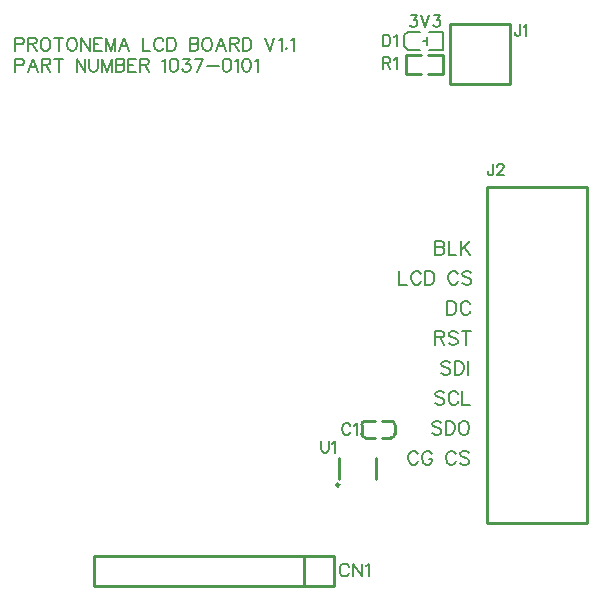
<source format=gto>
G04 Layer: TopSilkscreenLayer*
G04 Panelize: V-CUT, Column: 2, Row: 2, Board Size: 58.42mm x 58.42mm, Panelized Board Size: 118.84mm x 118.84mm*
G04 EasyEDA v6.5.32, 2023-07-25 14:04:49*
G04 01c93cbc548a4dda9c4b12d9fff3756e,5a6b42c53f6a479593ecc07194224c93,10*
G04 Gerber Generator version 0.2*
G04 Scale: 100 percent, Rotated: No, Reflected: No *
G04 Dimensions in millimeters *
G04 leading zeros omitted , absolute positions ,4 integer and 5 decimal *
%FSLAX45Y45*%
%MOMM*%

%ADD10C,0.1524*%
%ADD11C,0.2540*%
%ADD12C,0.1500*%

%LPD*%
D10*
X762000Y5423915D02*
G01*
X762000Y5314950D01*
X762000Y5423915D02*
G01*
X808736Y5423915D01*
X824229Y5418836D01*
X829563Y5413502D01*
X834644Y5403087D01*
X834644Y5387594D01*
X829563Y5377179D01*
X824229Y5372100D01*
X808736Y5366765D01*
X762000Y5366765D01*
X910589Y5423915D02*
G01*
X868934Y5314950D01*
X910589Y5423915D02*
G01*
X952245Y5314950D01*
X884681Y5351271D02*
G01*
X936497Y5351271D01*
X986536Y5423915D02*
G01*
X986536Y5314950D01*
X986536Y5423915D02*
G01*
X1033271Y5423915D01*
X1048765Y5418836D01*
X1054100Y5413502D01*
X1059179Y5403087D01*
X1059179Y5392673D01*
X1054100Y5382260D01*
X1048765Y5377179D01*
X1033271Y5372100D01*
X986536Y5372100D01*
X1022857Y5372100D02*
G01*
X1059179Y5314950D01*
X1129792Y5423915D02*
G01*
X1129792Y5314950D01*
X1093470Y5423915D02*
G01*
X1166113Y5423915D01*
X1280413Y5423915D02*
G01*
X1280413Y5314950D01*
X1280413Y5423915D02*
G01*
X1353312Y5314950D01*
X1353312Y5423915D02*
G01*
X1353312Y5314950D01*
X1387602Y5423915D02*
G01*
X1387602Y5345937D01*
X1392681Y5330444D01*
X1403095Y5320029D01*
X1418589Y5314950D01*
X1429004Y5314950D01*
X1444752Y5320029D01*
X1455165Y5330444D01*
X1460245Y5345937D01*
X1460245Y5423915D01*
X1494536Y5423915D02*
G01*
X1494536Y5314950D01*
X1494536Y5423915D02*
G01*
X1536192Y5314950D01*
X1577594Y5423915D02*
G01*
X1536192Y5314950D01*
X1577594Y5423915D02*
G01*
X1577594Y5314950D01*
X1611884Y5423915D02*
G01*
X1611884Y5314950D01*
X1611884Y5423915D02*
G01*
X1658620Y5423915D01*
X1674368Y5418836D01*
X1679447Y5413502D01*
X1684781Y5403087D01*
X1684781Y5392673D01*
X1679447Y5382260D01*
X1674368Y5377179D01*
X1658620Y5372100D01*
X1611884Y5372100D02*
G01*
X1658620Y5372100D01*
X1674368Y5366765D01*
X1679447Y5361686D01*
X1684781Y5351271D01*
X1684781Y5335523D01*
X1679447Y5325110D01*
X1674368Y5320029D01*
X1658620Y5314950D01*
X1611884Y5314950D01*
X1719071Y5423915D02*
G01*
X1719071Y5314950D01*
X1719071Y5423915D02*
G01*
X1786636Y5423915D01*
X1719071Y5372100D02*
G01*
X1760473Y5372100D01*
X1719071Y5314950D02*
G01*
X1786636Y5314950D01*
X1820926Y5423915D02*
G01*
X1820926Y5314950D01*
X1820926Y5423915D02*
G01*
X1867662Y5423915D01*
X1883155Y5418836D01*
X1888489Y5413502D01*
X1893570Y5403087D01*
X1893570Y5392673D01*
X1888489Y5382260D01*
X1883155Y5377179D01*
X1867662Y5372100D01*
X1820926Y5372100D01*
X1857247Y5372100D02*
G01*
X1893570Y5314950D01*
X2007870Y5403087D02*
G01*
X2018284Y5408421D01*
X2033777Y5423915D01*
X2033777Y5314950D01*
X2099309Y5423915D02*
G01*
X2083815Y5418836D01*
X2073402Y5403087D01*
X2068068Y5377179D01*
X2068068Y5361686D01*
X2073402Y5335523D01*
X2083815Y5320029D01*
X2099309Y5314950D01*
X2109724Y5314950D01*
X2125218Y5320029D01*
X2135631Y5335523D01*
X2140965Y5361686D01*
X2140965Y5377179D01*
X2135631Y5403087D01*
X2125218Y5418836D01*
X2109724Y5423915D01*
X2099309Y5423915D01*
X2185670Y5423915D02*
G01*
X2242820Y5423915D01*
X2211577Y5382260D01*
X2227072Y5382260D01*
X2237486Y5377179D01*
X2242820Y5372100D01*
X2247900Y5356352D01*
X2247900Y5345937D01*
X2242820Y5330444D01*
X2232406Y5320029D01*
X2216658Y5314950D01*
X2201163Y5314950D01*
X2185670Y5320029D01*
X2180336Y5325110D01*
X2175256Y5335523D01*
X2354834Y5423915D02*
G01*
X2303018Y5314950D01*
X2282190Y5423915D02*
G01*
X2354834Y5423915D01*
X2389124Y5361686D02*
G01*
X2482850Y5361686D01*
X2548127Y5423915D02*
G01*
X2532634Y5418836D01*
X2522220Y5403087D01*
X2517140Y5377179D01*
X2517140Y5361686D01*
X2522220Y5335523D01*
X2532634Y5320029D01*
X2548127Y5314950D01*
X2558541Y5314950D01*
X2574290Y5320029D01*
X2584450Y5335523D01*
X2589784Y5361686D01*
X2589784Y5377179D01*
X2584450Y5403087D01*
X2574290Y5418836D01*
X2558541Y5423915D01*
X2548127Y5423915D01*
X2624074Y5403087D02*
G01*
X2634488Y5408421D01*
X2649981Y5423915D01*
X2649981Y5314950D01*
X2715513Y5423915D02*
G01*
X2700020Y5418836D01*
X2689606Y5403087D01*
X2684272Y5377179D01*
X2684272Y5361686D01*
X2689606Y5335523D01*
X2700020Y5320029D01*
X2715513Y5314950D01*
X2725927Y5314950D01*
X2741422Y5320029D01*
X2751836Y5335523D01*
X2757170Y5361686D01*
X2757170Y5377179D01*
X2751836Y5403087D01*
X2741422Y5418836D01*
X2725927Y5423915D01*
X2715513Y5423915D01*
X2791459Y5403087D02*
G01*
X2801620Y5408421D01*
X2817368Y5423915D01*
X2817368Y5314950D01*
X762000Y5601715D02*
G01*
X762000Y5492750D01*
X762000Y5601715D02*
G01*
X808736Y5601715D01*
X824229Y5596636D01*
X829563Y5591302D01*
X834644Y5580887D01*
X834644Y5565394D01*
X829563Y5554979D01*
X824229Y5549900D01*
X808736Y5544565D01*
X762000Y5544565D01*
X868934Y5601715D02*
G01*
X868934Y5492750D01*
X868934Y5601715D02*
G01*
X915670Y5601715D01*
X931418Y5596636D01*
X936497Y5591302D01*
X941831Y5580887D01*
X941831Y5570473D01*
X936497Y5560060D01*
X931418Y5554979D01*
X915670Y5549900D01*
X868934Y5549900D01*
X905510Y5549900D02*
G01*
X941831Y5492750D01*
X1007110Y5601715D02*
G01*
X996950Y5596636D01*
X986536Y5586221D01*
X981202Y5575807D01*
X976121Y5560060D01*
X976121Y5534152D01*
X981202Y5518657D01*
X986536Y5508244D01*
X996950Y5497829D01*
X1007110Y5492750D01*
X1027937Y5492750D01*
X1038352Y5497829D01*
X1048765Y5508244D01*
X1054100Y5518657D01*
X1059179Y5534152D01*
X1059179Y5560060D01*
X1054100Y5575807D01*
X1048765Y5586221D01*
X1038352Y5596636D01*
X1027937Y5601715D01*
X1007110Y5601715D01*
X1129792Y5601715D02*
G01*
X1129792Y5492750D01*
X1093470Y5601715D02*
G01*
X1166113Y5601715D01*
X1231645Y5601715D02*
G01*
X1221231Y5596636D01*
X1210818Y5586221D01*
X1205737Y5575807D01*
X1200404Y5560060D01*
X1200404Y5534152D01*
X1205737Y5518657D01*
X1210818Y5508244D01*
X1221231Y5497829D01*
X1231645Y5492750D01*
X1252473Y5492750D01*
X1262887Y5497829D01*
X1273302Y5508244D01*
X1278381Y5518657D01*
X1283715Y5534152D01*
X1283715Y5560060D01*
X1278381Y5575807D01*
X1273302Y5586221D01*
X1262887Y5596636D01*
X1252473Y5601715D01*
X1231645Y5601715D01*
X1318005Y5601715D02*
G01*
X1318005Y5492750D01*
X1318005Y5601715D02*
G01*
X1390650Y5492750D01*
X1390650Y5601715D02*
G01*
X1390650Y5492750D01*
X1424939Y5601715D02*
G01*
X1424939Y5492750D01*
X1424939Y5601715D02*
G01*
X1492504Y5601715D01*
X1424939Y5549900D02*
G01*
X1466595Y5549900D01*
X1424939Y5492750D02*
G01*
X1492504Y5492750D01*
X1526794Y5601715D02*
G01*
X1526794Y5492750D01*
X1526794Y5601715D02*
G01*
X1568450Y5492750D01*
X1609852Y5601715D02*
G01*
X1568450Y5492750D01*
X1609852Y5601715D02*
G01*
X1609852Y5492750D01*
X1685797Y5601715D02*
G01*
X1644142Y5492750D01*
X1685797Y5601715D02*
G01*
X1727200Y5492750D01*
X1659889Y5529071D02*
G01*
X1711705Y5529071D01*
X1841500Y5601715D02*
G01*
X1841500Y5492750D01*
X1841500Y5492750D02*
G01*
X1903984Y5492750D01*
X2016252Y5575807D02*
G01*
X2010918Y5586221D01*
X2000504Y5596636D01*
X1990090Y5601715D01*
X1969515Y5601715D01*
X1959102Y5596636D01*
X1948688Y5586221D01*
X1943354Y5575807D01*
X1938274Y5560060D01*
X1938274Y5534152D01*
X1943354Y5518657D01*
X1948688Y5508244D01*
X1959102Y5497829D01*
X1969515Y5492750D01*
X1990090Y5492750D01*
X2000504Y5497829D01*
X2010918Y5508244D01*
X2016252Y5518657D01*
X2050541Y5601715D02*
G01*
X2050541Y5492750D01*
X2050541Y5601715D02*
G01*
X2086863Y5601715D01*
X2102358Y5596636D01*
X2112772Y5586221D01*
X2118106Y5575807D01*
X2123186Y5560060D01*
X2123186Y5534152D01*
X2118106Y5518657D01*
X2112772Y5508244D01*
X2102358Y5497829D01*
X2086863Y5492750D01*
X2050541Y5492750D01*
X2237486Y5601715D02*
G01*
X2237486Y5492750D01*
X2237486Y5601715D02*
G01*
X2284222Y5601715D01*
X2299970Y5596636D01*
X2305050Y5591302D01*
X2310129Y5580887D01*
X2310129Y5570473D01*
X2305050Y5560060D01*
X2299970Y5554979D01*
X2284222Y5549900D01*
X2237486Y5549900D02*
G01*
X2284222Y5549900D01*
X2299970Y5544565D01*
X2305050Y5539486D01*
X2310129Y5529071D01*
X2310129Y5513323D01*
X2305050Y5502910D01*
X2299970Y5497829D01*
X2284222Y5492750D01*
X2237486Y5492750D01*
X2375661Y5601715D02*
G01*
X2365247Y5596636D01*
X2354834Y5586221D01*
X2349754Y5575807D01*
X2344420Y5560060D01*
X2344420Y5534152D01*
X2349754Y5518657D01*
X2354834Y5508244D01*
X2365247Y5497829D01*
X2375661Y5492750D01*
X2396490Y5492750D01*
X2406904Y5497829D01*
X2417318Y5508244D01*
X2422397Y5518657D01*
X2427731Y5534152D01*
X2427731Y5560060D01*
X2422397Y5575807D01*
X2417318Y5586221D01*
X2406904Y5596636D01*
X2396490Y5601715D01*
X2375661Y5601715D01*
X2503424Y5601715D02*
G01*
X2462022Y5492750D01*
X2503424Y5601715D02*
G01*
X2545079Y5492750D01*
X2477515Y5529071D02*
G01*
X2529586Y5529071D01*
X2579370Y5601715D02*
G01*
X2579370Y5492750D01*
X2579370Y5601715D02*
G01*
X2626106Y5601715D01*
X2641600Y5596636D01*
X2646934Y5591302D01*
X2652013Y5580887D01*
X2652013Y5570473D01*
X2646934Y5560060D01*
X2641600Y5554979D01*
X2626106Y5549900D01*
X2579370Y5549900D01*
X2615691Y5549900D02*
G01*
X2652013Y5492750D01*
X2686304Y5601715D02*
G01*
X2686304Y5492750D01*
X2686304Y5601715D02*
G01*
X2722879Y5601715D01*
X2738374Y5596636D01*
X2748788Y5586221D01*
X2753868Y5575807D01*
X2759202Y5560060D01*
X2759202Y5534152D01*
X2753868Y5518657D01*
X2748788Y5508244D01*
X2738374Y5497829D01*
X2722879Y5492750D01*
X2686304Y5492750D01*
X2873502Y5601715D02*
G01*
X2914904Y5492750D01*
X2956559Y5601715D02*
G01*
X2914904Y5492750D01*
X2990850Y5580887D02*
G01*
X3001263Y5586221D01*
X3016758Y5601715D01*
X3016758Y5492750D01*
X3056381Y5518657D02*
G01*
X3051047Y5513323D01*
X3056381Y5508244D01*
X3061461Y5513323D01*
X3056381Y5518657D01*
X3095752Y5580887D02*
G01*
X3106165Y5586221D01*
X3121659Y5601715D01*
X3121659Y5492750D01*
X5036565Y5714237D02*
G01*
X5036565Y5641594D01*
X5031993Y5627878D01*
X5027422Y5623305D01*
X5018277Y5618734D01*
X5009388Y5618734D01*
X5000243Y5623305D01*
X4995672Y5627878D01*
X4991100Y5641594D01*
X4991100Y5650737D01*
X5066538Y5696204D02*
G01*
X5075681Y5700776D01*
X5089397Y5714237D01*
X5089397Y5618734D01*
X4111243Y5790437D02*
G01*
X4161281Y5790437D01*
X4133850Y5754115D01*
X4147565Y5754115D01*
X4156709Y5749544D01*
X4161281Y5744971D01*
X4165854Y5731510D01*
X4165854Y5722365D01*
X4161281Y5708650D01*
X4152138Y5699505D01*
X4138422Y5694934D01*
X4124706Y5694934D01*
X4111243Y5699505D01*
X4106672Y5704078D01*
X4102100Y5713221D01*
X4195825Y5790437D02*
G01*
X4232147Y5694934D01*
X4268470Y5790437D02*
G01*
X4232147Y5694934D01*
X4307586Y5790437D02*
G01*
X4357624Y5790437D01*
X4330191Y5754115D01*
X4343908Y5754115D01*
X4353052Y5749544D01*
X4357624Y5744971D01*
X4362195Y5731510D01*
X4362195Y5722365D01*
X4357624Y5708650D01*
X4348479Y5699505D01*
X4334763Y5694934D01*
X4321302Y5694934D01*
X4307586Y5699505D01*
X4303013Y5704078D01*
X4298441Y5713221D01*
X4171180Y2074920D02*
G01*
X4165846Y2085842D01*
X4154924Y2096764D01*
X4144002Y2102352D01*
X4122158Y2102352D01*
X4111236Y2096764D01*
X4100314Y2085842D01*
X4094726Y2074920D01*
X4089392Y2058664D01*
X4089392Y2031486D01*
X4094726Y2014976D01*
X4100314Y2004054D01*
X4111236Y1993132D01*
X4122158Y1987798D01*
X4144002Y1987798D01*
X4154924Y1993132D01*
X4165846Y2004054D01*
X4171180Y2014976D01*
X4289036Y2074920D02*
G01*
X4283448Y2085842D01*
X4272780Y2096764D01*
X4261858Y2102352D01*
X4240014Y2102352D01*
X4229092Y2096764D01*
X4218170Y2085842D01*
X4212582Y2074920D01*
X4207248Y2058664D01*
X4207248Y2031486D01*
X4212582Y2014976D01*
X4218170Y2004054D01*
X4229092Y1993132D01*
X4240014Y1987798D01*
X4261858Y1987798D01*
X4272780Y1993132D01*
X4283448Y2004054D01*
X4289036Y2014976D01*
X4289036Y2031486D01*
X4261858Y2031486D02*
G01*
X4289036Y2031486D01*
X4490966Y2074920D02*
G01*
X4485378Y2085842D01*
X4474456Y2096764D01*
X4463534Y2102352D01*
X4441690Y2102352D01*
X4430768Y2096764D01*
X4419846Y2085842D01*
X4414512Y2074920D01*
X4408924Y2058664D01*
X4408924Y2031486D01*
X4414512Y2014976D01*
X4419846Y2004054D01*
X4430768Y1993132D01*
X4441690Y1987798D01*
X4463534Y1987798D01*
X4474456Y1993132D01*
X4485378Y2004054D01*
X4490966Y2014976D01*
X4603234Y2085842D02*
G01*
X4592312Y2096764D01*
X4576056Y2102352D01*
X4554212Y2102352D01*
X4537702Y2096764D01*
X4526780Y2085842D01*
X4526780Y2074920D01*
X4532368Y2063998D01*
X4537702Y2058664D01*
X4548624Y2053076D01*
X4581390Y2042408D01*
X4592312Y2036820D01*
X4597646Y2031486D01*
X4603234Y2020564D01*
X4603234Y2004054D01*
X4592312Y1993132D01*
X4576056Y1987798D01*
X4554212Y1987798D01*
X4537702Y1993132D01*
X4526780Y2004054D01*
X4369046Y2339842D02*
G01*
X4358124Y2350764D01*
X4341614Y2356352D01*
X4319770Y2356352D01*
X4303514Y2350764D01*
X4292592Y2339842D01*
X4292592Y2328920D01*
X4297926Y2317998D01*
X4303514Y2312664D01*
X4314436Y2307076D01*
X4347202Y2296408D01*
X4358124Y2290820D01*
X4363458Y2285486D01*
X4369046Y2274564D01*
X4369046Y2258054D01*
X4358124Y2247132D01*
X4341614Y2241798D01*
X4319770Y2241798D01*
X4303514Y2247132D01*
X4292592Y2258054D01*
X4404860Y2356352D02*
G01*
X4404860Y2241798D01*
X4404860Y2356352D02*
G01*
X4443214Y2356352D01*
X4459470Y2350764D01*
X4470392Y2339842D01*
X4475980Y2328920D01*
X4481314Y2312664D01*
X4481314Y2285486D01*
X4475980Y2268976D01*
X4470392Y2258054D01*
X4459470Y2247132D01*
X4443214Y2241798D01*
X4404860Y2241798D01*
X4550148Y2356352D02*
G01*
X4539226Y2350764D01*
X4528304Y2339842D01*
X4522716Y2328920D01*
X4517382Y2312664D01*
X4517382Y2285486D01*
X4522716Y2268976D01*
X4528304Y2258054D01*
X4539226Y2247132D01*
X4550148Y2241798D01*
X4571738Y2241798D01*
X4582660Y2247132D01*
X4593582Y2258054D01*
X4599170Y2268976D01*
X4604504Y2285486D01*
X4604504Y2312664D01*
X4599170Y2328920D01*
X4593582Y2339842D01*
X4582660Y2350764D01*
X4571738Y2356352D01*
X4550148Y2356352D01*
X4394454Y2593847D02*
G01*
X4383531Y2604770D01*
X4367022Y2610357D01*
X4345177Y2610357D01*
X4328922Y2604770D01*
X4318000Y2593847D01*
X4318000Y2582926D01*
X4323334Y2572004D01*
X4328922Y2566670D01*
X4339843Y2561081D01*
X4372609Y2550160D01*
X4383531Y2544826D01*
X4388865Y2539492D01*
X4394454Y2528570D01*
X4394454Y2512060D01*
X4383531Y2501137D01*
X4367022Y2495804D01*
X4345177Y2495804D01*
X4328922Y2501137D01*
X4318000Y2512060D01*
X4512056Y2582926D02*
G01*
X4506722Y2593847D01*
X4495800Y2604770D01*
X4484877Y2610357D01*
X4463034Y2610357D01*
X4452111Y2604770D01*
X4441190Y2593847D01*
X4435856Y2582926D01*
X4430268Y2566670D01*
X4430268Y2539492D01*
X4435856Y2522981D01*
X4441190Y2512060D01*
X4452111Y2501137D01*
X4463034Y2495804D01*
X4484877Y2495804D01*
X4495800Y2501137D01*
X4506722Y2512060D01*
X4512056Y2522981D01*
X4548124Y2610357D02*
G01*
X4548124Y2495804D01*
X4548124Y2495804D02*
G01*
X4613656Y2495804D01*
X4445238Y2847837D02*
G01*
X4434316Y2858759D01*
X4417806Y2864347D01*
X4395962Y2864347D01*
X4379706Y2858759D01*
X4368784Y2847837D01*
X4368784Y2836915D01*
X4374118Y2825993D01*
X4379706Y2820659D01*
X4390628Y2815071D01*
X4423394Y2804403D01*
X4434316Y2798815D01*
X4439650Y2793481D01*
X4445238Y2782559D01*
X4445238Y2766049D01*
X4434316Y2755127D01*
X4417806Y2749793D01*
X4395962Y2749793D01*
X4379706Y2755127D01*
X4368784Y2766049D01*
X4481052Y2864347D02*
G01*
X4481052Y2749793D01*
X4481052Y2864347D02*
G01*
X4519406Y2864347D01*
X4535662Y2858759D01*
X4546584Y2847837D01*
X4552172Y2836915D01*
X4557506Y2820659D01*
X4557506Y2793481D01*
X4552172Y2776971D01*
X4546584Y2766049D01*
X4535662Y2755127D01*
X4519406Y2749793D01*
X4481052Y2749793D01*
X4593574Y2864347D02*
G01*
X4593574Y2749793D01*
X4318000Y3118357D02*
G01*
X4318000Y3003804D01*
X4318000Y3118357D02*
G01*
X4367022Y3118357D01*
X4383531Y3112770D01*
X4388865Y3107436D01*
X4394454Y3096513D01*
X4394454Y3085592D01*
X4388865Y3074670D01*
X4383531Y3069081D01*
X4367022Y3063747D01*
X4318000Y3063747D01*
X4356100Y3063747D02*
G01*
X4394454Y3003804D01*
X4506722Y3101847D02*
G01*
X4495800Y3112770D01*
X4479543Y3118357D01*
X4457700Y3118357D01*
X4441190Y3112770D01*
X4430268Y3101847D01*
X4430268Y3090926D01*
X4435856Y3080004D01*
X4441190Y3074670D01*
X4452111Y3069081D01*
X4484877Y3058413D01*
X4495800Y3052826D01*
X4501388Y3047492D01*
X4506722Y3036570D01*
X4506722Y3020060D01*
X4495800Y3009137D01*
X4479543Y3003804D01*
X4457700Y3003804D01*
X4441190Y3009137D01*
X4430268Y3020060D01*
X4580890Y3118357D02*
G01*
X4580890Y3003804D01*
X4542790Y3118357D02*
G01*
X4618990Y3118357D01*
X4419600Y3372357D02*
G01*
X4419600Y3257804D01*
X4419600Y3372357D02*
G01*
X4457700Y3372357D01*
X4474209Y3366770D01*
X4485131Y3355847D01*
X4490465Y3344926D01*
X4496054Y3328670D01*
X4496054Y3301492D01*
X4490465Y3284981D01*
X4485131Y3274060D01*
X4474209Y3263137D01*
X4457700Y3257804D01*
X4419600Y3257804D01*
X4613656Y3344926D02*
G01*
X4608322Y3355847D01*
X4597400Y3366770D01*
X4586477Y3372357D01*
X4564634Y3372357D01*
X4553711Y3366770D01*
X4542790Y3355847D01*
X4537456Y3344926D01*
X4531868Y3328670D01*
X4531868Y3301492D01*
X4537456Y3284981D01*
X4542790Y3274060D01*
X4553711Y3263137D01*
X4564634Y3257804D01*
X4586477Y3257804D01*
X4597400Y3263137D01*
X4608322Y3274060D01*
X4613656Y3284981D01*
X4013192Y3626350D02*
G01*
X4013192Y3511796D01*
X4013192Y3511796D02*
G01*
X4078724Y3511796D01*
X4196580Y3598918D02*
G01*
X4190992Y3609840D01*
X4180070Y3620762D01*
X4169148Y3626350D01*
X4147304Y3626350D01*
X4136382Y3620762D01*
X4125460Y3609840D01*
X4120126Y3598918D01*
X4114538Y3582662D01*
X4114538Y3555484D01*
X4120126Y3538974D01*
X4125460Y3528052D01*
X4136382Y3517130D01*
X4147304Y3511796D01*
X4169148Y3511796D01*
X4180070Y3517130D01*
X4190992Y3528052D01*
X4196580Y3538974D01*
X4232394Y3626350D02*
G01*
X4232394Y3511796D01*
X4232394Y3626350D02*
G01*
X4270748Y3626350D01*
X4287004Y3620762D01*
X4297926Y3609840D01*
X4303260Y3598918D01*
X4308848Y3582662D01*
X4308848Y3555484D01*
X4303260Y3538974D01*
X4297926Y3528052D01*
X4287004Y3517130D01*
X4270748Y3511796D01*
X4232394Y3511796D01*
X4510524Y3598918D02*
G01*
X4505190Y3609840D01*
X4494268Y3620762D01*
X4483346Y3626350D01*
X4461502Y3626350D01*
X4450580Y3620762D01*
X4439658Y3609840D01*
X4434324Y3598918D01*
X4428736Y3582662D01*
X4428736Y3555484D01*
X4434324Y3538974D01*
X4439658Y3528052D01*
X4450580Y3517130D01*
X4461502Y3511796D01*
X4483346Y3511796D01*
X4494268Y3517130D01*
X4505190Y3528052D01*
X4510524Y3538974D01*
X4623046Y3609840D02*
G01*
X4612124Y3620762D01*
X4595614Y3626350D01*
X4574024Y3626350D01*
X4557514Y3620762D01*
X4546592Y3609840D01*
X4546592Y3598918D01*
X4552180Y3587996D01*
X4557514Y3582662D01*
X4568436Y3577074D01*
X4601202Y3566406D01*
X4612124Y3560818D01*
X4617458Y3555484D01*
X4623046Y3544562D01*
X4623046Y3528052D01*
X4612124Y3517130D01*
X4595614Y3511796D01*
X4574024Y3511796D01*
X4557514Y3517130D01*
X4546592Y3528052D01*
X4317992Y3880350D02*
G01*
X4317992Y3765796D01*
X4317992Y3880350D02*
G01*
X4367014Y3880350D01*
X4383524Y3874762D01*
X4388858Y3869428D01*
X4394446Y3858506D01*
X4394446Y3847584D01*
X4388858Y3836662D01*
X4383524Y3831074D01*
X4367014Y3825740D01*
X4317992Y3825740D02*
G01*
X4367014Y3825740D01*
X4383524Y3820152D01*
X4388858Y3814818D01*
X4394446Y3803896D01*
X4394446Y3787640D01*
X4388858Y3776718D01*
X4383524Y3771130D01*
X4367014Y3765796D01*
X4317992Y3765796D01*
X4430260Y3880350D02*
G01*
X4430260Y3765796D01*
X4430260Y3765796D02*
G01*
X4495792Y3765796D01*
X4531860Y3880350D02*
G01*
X4531860Y3765796D01*
X4608060Y3880350D02*
G01*
X4531860Y3803896D01*
X4559038Y3831074D02*
G01*
X4608060Y3765796D01*
X4807955Y4533130D02*
G01*
X4807955Y4460486D01*
X4803383Y4446770D01*
X4798811Y4442198D01*
X4789667Y4437626D01*
X4780777Y4437626D01*
X4771633Y4442198D01*
X4767061Y4446770D01*
X4762489Y4460486D01*
X4762489Y4469630D01*
X4842499Y4510524D02*
G01*
X4842499Y4515096D01*
X4847071Y4523986D01*
X4851643Y4528558D01*
X4860787Y4533130D01*
X4878821Y4533130D01*
X4887965Y4528558D01*
X4892537Y4523986D01*
X4897109Y4515096D01*
X4897109Y4505952D01*
X4892537Y4496808D01*
X4883393Y4483092D01*
X4837927Y4437626D01*
X4901681Y4437626D01*
X3598776Y2313429D02*
G01*
X3594204Y2322573D01*
X3585060Y2331463D01*
X3576170Y2336035D01*
X3557882Y2336035D01*
X3548738Y2331463D01*
X3539594Y2322573D01*
X3535022Y2313429D01*
X3530704Y2299713D01*
X3530704Y2277107D01*
X3535022Y2263391D01*
X3539594Y2254247D01*
X3548738Y2245103D01*
X3557882Y2240531D01*
X3576170Y2240531D01*
X3585060Y2245103D01*
X3594204Y2254247D01*
X3598776Y2263391D01*
X3628748Y2318001D02*
G01*
X3637892Y2322573D01*
X3651608Y2336035D01*
X3651608Y2240531D01*
X3352800Y2183637D02*
G01*
X3352800Y2115565D01*
X3357372Y2101850D01*
X3366515Y2092705D01*
X3379977Y2088134D01*
X3389122Y2088134D01*
X3402838Y2092705D01*
X3411981Y2101850D01*
X3416554Y2115565D01*
X3416554Y2183637D01*
X3446525Y2165604D02*
G01*
X3455415Y2170176D01*
X3469131Y2183637D01*
X3469131Y2088134D01*
X3587447Y1123569D02*
G01*
X3582250Y1133960D01*
X3571859Y1144351D01*
X3561471Y1149545D01*
X3540688Y1149545D01*
X3530297Y1144351D01*
X3519906Y1133960D01*
X3514709Y1123569D01*
X3509515Y1107981D01*
X3509515Y1082004D01*
X3514709Y1066419D01*
X3519906Y1056027D01*
X3530297Y1045636D01*
X3540688Y1040442D01*
X3561471Y1040442D01*
X3571859Y1045636D01*
X3582250Y1056027D01*
X3587447Y1066419D01*
X3621737Y1149545D02*
G01*
X3621737Y1040442D01*
X3621737Y1149545D02*
G01*
X3694473Y1040442D01*
X3694473Y1149545D02*
G01*
X3694473Y1040442D01*
X3728763Y1128763D02*
G01*
X3739154Y1133960D01*
X3754739Y1149545D01*
X3754739Y1040442D01*
X3873500Y5625337D02*
G01*
X3873500Y5529834D01*
X3873500Y5625337D02*
G01*
X3905250Y5625337D01*
X3918965Y5620765D01*
X3928109Y5611876D01*
X3932681Y5602731D01*
X3937254Y5589015D01*
X3937254Y5566410D01*
X3932681Y5552694D01*
X3928109Y5543550D01*
X3918965Y5534405D01*
X3905250Y5529834D01*
X3873500Y5529834D01*
X3967225Y5607304D02*
G01*
X3976115Y5611876D01*
X3989831Y5625337D01*
X3989831Y5529834D01*
X3873505Y5434837D02*
G01*
X3873505Y5339334D01*
X3873505Y5434837D02*
G01*
X3914393Y5434837D01*
X3928109Y5430265D01*
X3932681Y5425694D01*
X3937256Y5416804D01*
X3937256Y5407660D01*
X3932681Y5398515D01*
X3928109Y5393944D01*
X3914393Y5389371D01*
X3873505Y5389371D01*
X3905255Y5389371D02*
G01*
X3937256Y5339334D01*
X3967225Y5416804D02*
G01*
X3976115Y5421376D01*
X3989831Y5434837D01*
X3989831Y5339334D01*
D11*
X3974393Y2325971D02*
G01*
X3974393Y2245969D01*
X3863418Y2356957D02*
G01*
X3943421Y2356957D01*
X3863418Y2214991D02*
G01*
X3943421Y2214991D01*
X3805834Y2357539D02*
G01*
X3725832Y2357539D01*
X3694846Y2326556D02*
G01*
X3694846Y2246558D01*
X3805834Y2215578D02*
G01*
X3725832Y2215578D01*
X3812583Y2045794D02*
G01*
X3812583Y1865792D01*
X3502581Y2045794D02*
G01*
X3502581Y1865792D01*
X1426718Y958006D02*
G01*
X1426718Y1212006D01*
X3458712Y1212006D01*
X3458712Y958006D01*
X1426718Y958006D01*
X3202363Y958006D02*
G01*
X3202363Y1212006D01*
D12*
X4246100Y5575523D02*
G01*
X4212099Y5575523D01*
X4054093Y5540296D02*
G01*
X4054093Y5530293D01*
X4084088Y5500291D01*
X4269094Y5650298D02*
G01*
X4384098Y5650298D01*
X4269094Y5500291D02*
G01*
X4384098Y5500291D01*
X4189097Y5650298D02*
G01*
X4084088Y5650298D01*
X4189097Y5500291D02*
G01*
X4084088Y5500291D01*
X4384098Y5650285D02*
G01*
X4384098Y5502295D01*
X4054093Y5610288D02*
G01*
X4054093Y5540296D01*
X4054093Y5610288D02*
G01*
X4054093Y5620303D01*
X4084088Y5650298D01*
X4246100Y5610296D02*
G01*
X4246100Y5542297D01*
D11*
X4074038Y5291587D02*
G01*
X4074038Y5451591D01*
X4384098Y5292097D02*
G01*
X4384098Y5452102D01*
X4199034Y5451591D02*
G01*
X4074038Y5451591D01*
X4199034Y5291587D02*
G01*
X4074038Y5291587D01*
X4259097Y5452102D02*
G01*
X4384098Y5452102D01*
X4259097Y5292097D02*
G01*
X4384098Y5292097D01*
G75*
G01*
X3694847Y2326556D02*
G02*
X3725829Y2357539I30982J0D01*
G75*
G01*
X3725829Y2215573D02*
G02*
X3694847Y2246559I0J30983D01*
G75*
G01*
X3943411Y2356957D02*
G02*
X3974394Y2325972I0J-30982D01*
G75*
G01*
X3974394Y2245975D02*
G02*
X3943411Y2214992I-30983J0D01*
G75*
G01
X3505200Y1816100D02*
G03X3505200Y1816100I-12700J0D01*
X4445000Y5715000D02*
G01*
X4953000Y5715000D01*
X4953000Y5207000D01*
X4445000Y5207000D01*
X4445000Y5715000D01*
X4756581Y4340605D02*
G01*
X5606592Y4340605D01*
X5606592Y1490598D01*
X4756581Y1490598D01*
X4756581Y4340605D01*
M02*

</source>
